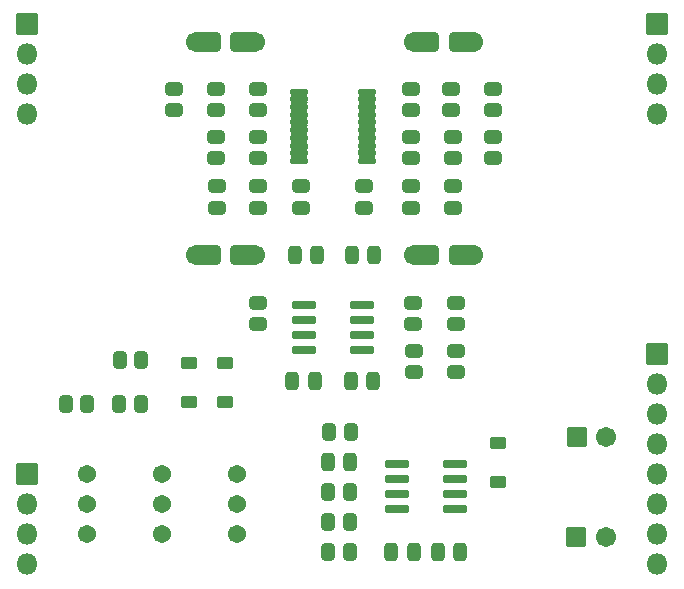
<source format=gts>
G04 #@! TF.GenerationSoftware,KiCad,Pcbnew,6.0.5-2.fc35*
G04 #@! TF.CreationDate,2022-05-29T07:31:37-04:00*
G04 #@! TF.ProjectId,SSI2140_LPF_plug_in_board,53534932-3134-4305-9f4c-50465f706c75,0*
G04 #@! TF.SameCoordinates,Original*
G04 #@! TF.FileFunction,Soldermask,Top*
G04 #@! TF.FilePolarity,Negative*
%FSLAX46Y46*%
G04 Gerber Fmt 4.6, Leading zero omitted, Abs format (unit mm)*
G04 Created by KiCad (PCBNEW 6.0.5-2.fc35) date 2022-05-29 07:31:37*
%MOMM*%
%LPD*%
G01*
G04 APERTURE LIST*
G04 Aperture macros list*
%AMRoundRect*
0 Rectangle with rounded corners*
0 $1 Rounding radius*
0 $2 $3 $4 $5 $6 $7 $8 $9 X,Y pos of 4 corners*
0 Add a 4 corners polygon primitive as box body*
4,1,4,$2,$3,$4,$5,$6,$7,$8,$9,$2,$3,0*
0 Add four circle primitives for the rounded corners*
1,1,$1+$1,$2,$3*
1,1,$1+$1,$4,$5*
1,1,$1+$1,$6,$7*
1,1,$1+$1,$8,$9*
0 Add four rect primitives between the rounded corners*
20,1,$1+$1,$2,$3,$4,$5,0*
20,1,$1+$1,$4,$5,$6,$7,0*
20,1,$1+$1,$6,$7,$8,$9,0*
20,1,$1+$1,$8,$9,$2,$3,0*%
G04 Aperture macros list end*
%ADD10RoundRect,0.454200X0.854100X0.403200X-0.854100X0.403200X-0.854100X-0.403200X0.854100X-0.403200X0*%
%ADD11C,1.702000*%
%ADD12RoundRect,0.301000X-0.250000X-0.475000X0.250000X-0.475000X0.250000X0.475000X-0.250000X0.475000X0*%
%ADD13RoundRect,0.301000X0.262500X0.450000X-0.262500X0.450000X-0.262500X-0.450000X0.262500X-0.450000X0*%
%ADD14RoundRect,0.301000X0.450000X-0.262500X0.450000X0.262500X-0.450000X0.262500X-0.450000X-0.262500X0*%
%ADD15RoundRect,0.301000X-0.450000X0.262500X-0.450000X-0.262500X0.450000X-0.262500X0.450000X0.262500X0*%
%ADD16RoundRect,0.301000X0.250000X0.475000X-0.250000X0.475000X-0.250000X-0.475000X0.250000X-0.475000X0*%
%ADD17RoundRect,0.051000X-0.800000X-0.800000X0.800000X-0.800000X0.800000X0.800000X-0.800000X0.800000X0*%
%ADD18RoundRect,0.051000X-0.600000X0.450000X-0.600000X-0.450000X0.600000X-0.450000X0.600000X0.450000X0*%
%ADD19C,1.542000*%
%ADD20RoundRect,0.151000X-0.637500X-0.100000X0.637500X-0.100000X0.637500X0.100000X-0.637500X0.100000X0*%
%ADD21RoundRect,0.201000X-0.825000X-0.150000X0.825000X-0.150000X0.825000X0.150000X-0.825000X0.150000X0*%
%ADD22RoundRect,0.454200X-0.854100X-0.403200X0.854100X-0.403200X0.854100X0.403200X-0.854100X0.403200X0*%
%ADD23RoundRect,0.051000X0.600000X-0.450000X0.600000X0.450000X-0.600000X0.450000X-0.600000X-0.450000X0*%
%ADD24RoundRect,0.301000X-0.262500X-0.450000X0.262500X-0.450000X0.262500X0.450000X-0.262500X0.450000X0*%
%ADD25RoundRect,0.051000X0.850000X0.850000X-0.850000X0.850000X-0.850000X-0.850000X0.850000X-0.850000X0*%
%ADD26O,1.802000X1.802000*%
G04 APERTURE END LIST*
D10*
X112458500Y-88144400D03*
D11*
X113284000Y-88138000D03*
X108284000Y-88138000D03*
D10*
X109118400Y-88138000D03*
D12*
X116464000Y-98806000D03*
X118364000Y-98806000D03*
X121412000Y-98806000D03*
X123312000Y-98806000D03*
D13*
X103632000Y-100711000D03*
X101807000Y-100711000D03*
D12*
X116652000Y-88138000D03*
X118552000Y-88138000D03*
D14*
X113538000Y-93978100D03*
X113538000Y-92153100D03*
D10*
X112458500Y-70110400D03*
D11*
X113284000Y-70104000D03*
D10*
X109118400Y-70104000D03*
D11*
X108284000Y-70104000D03*
D14*
X110109000Y-84097500D03*
X110109000Y-82272500D03*
X130048000Y-84097500D03*
X130048000Y-82272500D03*
D15*
X126492000Y-78081500D03*
X126492000Y-79906500D03*
D14*
X113538000Y-79906500D03*
X113538000Y-78081500D03*
D16*
X121346000Y-105664000D03*
X119446000Y-105664000D03*
D17*
X140549621Y-103505000D03*
D11*
X143049621Y-103505000D03*
D18*
X107696000Y-97284000D03*
X107696000Y-100584000D03*
X110744000Y-97284000D03*
X110744000Y-100584000D03*
D13*
X99083500Y-100711000D03*
X97258500Y-100711000D03*
D15*
X122555000Y-82272500D03*
X122555000Y-84097500D03*
D14*
X109982000Y-79906500D03*
X109982000Y-78081500D03*
D15*
X129921000Y-74017500D03*
X129921000Y-75842500D03*
D12*
X121478000Y-88138000D03*
X123378000Y-88138000D03*
D19*
X99060000Y-106680000D03*
X99060000Y-109220000D03*
X99060000Y-111760000D03*
D20*
X117025500Y-74291000D03*
X117025500Y-74941000D03*
X117025500Y-75591000D03*
X117025500Y-76241000D03*
X117025500Y-76891000D03*
X117025500Y-77541000D03*
X117025500Y-78191000D03*
X117025500Y-78841000D03*
X117025500Y-79491000D03*
X117025500Y-80141000D03*
X122750500Y-80141000D03*
X122750500Y-79491000D03*
X122750500Y-78841000D03*
X122750500Y-78191000D03*
X122750500Y-77541000D03*
X122750500Y-76891000D03*
X122750500Y-76241000D03*
X122750500Y-75591000D03*
X122750500Y-74941000D03*
X122750500Y-74291000D03*
D15*
X126492000Y-74017500D03*
X126492000Y-75842500D03*
X133477000Y-74017500D03*
X133477000Y-75842500D03*
D12*
X124846000Y-113284000D03*
X126746000Y-113284000D03*
D21*
X125287000Y-105791000D03*
X125287000Y-107061000D03*
X125287000Y-108331000D03*
X125287000Y-109601000D03*
X130237000Y-109601000D03*
X130237000Y-108331000D03*
X130237000Y-107061000D03*
X130237000Y-105791000D03*
D19*
X111760000Y-106680000D03*
X111760000Y-109220000D03*
X111760000Y-111760000D03*
D13*
X103679000Y-97028000D03*
X101854000Y-97028000D03*
D11*
X126786000Y-70104000D03*
D22*
X127611500Y-70097600D03*
D11*
X131786000Y-70104000D03*
D22*
X130951600Y-70104000D03*
D14*
X126746000Y-98042100D03*
X126746000Y-96217100D03*
D17*
X140502000Y-112014000D03*
D11*
X143002000Y-112014000D03*
D15*
X113538000Y-82272500D03*
X113538000Y-84097500D03*
X130302000Y-96217100D03*
X130302000Y-98042100D03*
D13*
X121308500Y-108204000D03*
X119483500Y-108204000D03*
D14*
X106426000Y-75842500D03*
X106426000Y-74017500D03*
D23*
X133858000Y-107314000D03*
X133858000Y-104014000D03*
D24*
X119483500Y-113284000D03*
X121308500Y-113284000D03*
D21*
X117413000Y-92329000D03*
X117413000Y-93599000D03*
X117413000Y-94869000D03*
X117413000Y-96139000D03*
X122363000Y-96139000D03*
X122363000Y-94869000D03*
X122363000Y-93599000D03*
X122363000Y-92329000D03*
D11*
X126786000Y-88138000D03*
D22*
X127611500Y-88131600D03*
X130951600Y-88138000D03*
D11*
X131786000Y-88138000D03*
D19*
X105410000Y-106680000D03*
X105410000Y-109220000D03*
X105410000Y-111760000D03*
D12*
X128778000Y-113284000D03*
X130678000Y-113284000D03*
D14*
X109982000Y-75842500D03*
X109982000Y-74017500D03*
D15*
X130302000Y-92153100D03*
X130302000Y-93978100D03*
D14*
X126695200Y-93978100D03*
X126695200Y-92153100D03*
X113538000Y-75842500D03*
X113538000Y-74017500D03*
X117221000Y-84097500D03*
X117221000Y-82272500D03*
D24*
X119587000Y-103124000D03*
X121412000Y-103124000D03*
D15*
X130048000Y-78081500D03*
X130048000Y-79906500D03*
X133477000Y-78081500D03*
X133477000Y-79906500D03*
D24*
X119483500Y-110744000D03*
X121308500Y-110744000D03*
D15*
X126492000Y-82272500D03*
X126492000Y-84097500D03*
D25*
X93980000Y-68580000D03*
D26*
X93980000Y-71120000D03*
X93980000Y-73660000D03*
X93980000Y-76200000D03*
D25*
X93980000Y-106680000D03*
D26*
X93980000Y-109220000D03*
X93980000Y-111760000D03*
X93980000Y-114300000D03*
D25*
X147320000Y-68580000D03*
D26*
X147320000Y-71120000D03*
X147320000Y-73660000D03*
X147320000Y-76200000D03*
D25*
X147320000Y-96520000D03*
D26*
X147320000Y-99060000D03*
X147320000Y-101600000D03*
X147320000Y-104140000D03*
X147320000Y-106680000D03*
X147320000Y-109220000D03*
X147320000Y-111760000D03*
X147320000Y-114300000D03*
G36*
X123465587Y-79718477D02*
G01*
X123465126Y-79719891D01*
X123425803Y-79766944D01*
X123417170Y-79835660D01*
X123447133Y-79898289D01*
X123455803Y-79905800D01*
X123456457Y-79907690D01*
X123455147Y-79909202D01*
X123453382Y-79908975D01*
X123445006Y-79903379D01*
X123387801Y-79892000D01*
X122113199Y-79892000D01*
X122055994Y-79903379D01*
X122038520Y-79915055D01*
X122036524Y-79915186D01*
X122035413Y-79913523D01*
X122035874Y-79912109D01*
X122075197Y-79865056D01*
X122083830Y-79796340D01*
X122053867Y-79733711D01*
X122045197Y-79726200D01*
X122044543Y-79724310D01*
X122045853Y-79722798D01*
X122047618Y-79723025D01*
X122055994Y-79728621D01*
X122113199Y-79740000D01*
X123387801Y-79740000D01*
X123445006Y-79728621D01*
X123462480Y-79716945D01*
X123464476Y-79716814D01*
X123465587Y-79718477D01*
G37*
G36*
X117740587Y-79718477D02*
G01*
X117740126Y-79719891D01*
X117700803Y-79766944D01*
X117692170Y-79835660D01*
X117722133Y-79898289D01*
X117730803Y-79905800D01*
X117731457Y-79907690D01*
X117730147Y-79909202D01*
X117728382Y-79908975D01*
X117720006Y-79903379D01*
X117662801Y-79892000D01*
X116388199Y-79892000D01*
X116330994Y-79903379D01*
X116313520Y-79915055D01*
X116311524Y-79915186D01*
X116310413Y-79913523D01*
X116310874Y-79912109D01*
X116350197Y-79865056D01*
X116358830Y-79796340D01*
X116328867Y-79733711D01*
X116320197Y-79726200D01*
X116319543Y-79724310D01*
X116320853Y-79722798D01*
X116322618Y-79723025D01*
X116330994Y-79728621D01*
X116388199Y-79740000D01*
X117662801Y-79740000D01*
X117720006Y-79728621D01*
X117737480Y-79716945D01*
X117739476Y-79716814D01*
X117740587Y-79718477D01*
G37*
G36*
X123465587Y-79068477D02*
G01*
X123465126Y-79069891D01*
X123425803Y-79116944D01*
X123417170Y-79185660D01*
X123447133Y-79248289D01*
X123455803Y-79255800D01*
X123456457Y-79257690D01*
X123455147Y-79259202D01*
X123453382Y-79258975D01*
X123445006Y-79253379D01*
X123387801Y-79242000D01*
X122113199Y-79242000D01*
X122055994Y-79253379D01*
X122038520Y-79265055D01*
X122036524Y-79265186D01*
X122035413Y-79263523D01*
X122035874Y-79262109D01*
X122075197Y-79215056D01*
X122083830Y-79146340D01*
X122053867Y-79083711D01*
X122045197Y-79076200D01*
X122044543Y-79074310D01*
X122045853Y-79072798D01*
X122047618Y-79073025D01*
X122055994Y-79078621D01*
X122113199Y-79090000D01*
X123387801Y-79090000D01*
X123445006Y-79078621D01*
X123462480Y-79066945D01*
X123464476Y-79066814D01*
X123465587Y-79068477D01*
G37*
G36*
X117740587Y-79068477D02*
G01*
X117740126Y-79069891D01*
X117700803Y-79116944D01*
X117692170Y-79185660D01*
X117722133Y-79248289D01*
X117730803Y-79255800D01*
X117731457Y-79257690D01*
X117730147Y-79259202D01*
X117728382Y-79258975D01*
X117720006Y-79253379D01*
X117662801Y-79242000D01*
X116388199Y-79242000D01*
X116330994Y-79253379D01*
X116313520Y-79265055D01*
X116311524Y-79265186D01*
X116310413Y-79263523D01*
X116310874Y-79262109D01*
X116350197Y-79215056D01*
X116358830Y-79146340D01*
X116328867Y-79083711D01*
X116320197Y-79076200D01*
X116319543Y-79074310D01*
X116320853Y-79072798D01*
X116322618Y-79073025D01*
X116330994Y-79078621D01*
X116388199Y-79090000D01*
X117662801Y-79090000D01*
X117720006Y-79078621D01*
X117737480Y-79066945D01*
X117739476Y-79066814D01*
X117740587Y-79068477D01*
G37*
G36*
X123465587Y-78418477D02*
G01*
X123465126Y-78419891D01*
X123425803Y-78466944D01*
X123417170Y-78535660D01*
X123447133Y-78598289D01*
X123455803Y-78605800D01*
X123456457Y-78607690D01*
X123455147Y-78609202D01*
X123453382Y-78608975D01*
X123445006Y-78603379D01*
X123387801Y-78592000D01*
X122113199Y-78592000D01*
X122055994Y-78603379D01*
X122038520Y-78615055D01*
X122036524Y-78615186D01*
X122035413Y-78613523D01*
X122035874Y-78612109D01*
X122075197Y-78565056D01*
X122083830Y-78496340D01*
X122053867Y-78433711D01*
X122045197Y-78426200D01*
X122044543Y-78424310D01*
X122045853Y-78422798D01*
X122047618Y-78423025D01*
X122055994Y-78428621D01*
X122113199Y-78440000D01*
X123387801Y-78440000D01*
X123445006Y-78428621D01*
X123462480Y-78416945D01*
X123464476Y-78416814D01*
X123465587Y-78418477D01*
G37*
G36*
X117740587Y-78418477D02*
G01*
X117740126Y-78419891D01*
X117700803Y-78466944D01*
X117692170Y-78535660D01*
X117722133Y-78598289D01*
X117730803Y-78605800D01*
X117731457Y-78607690D01*
X117730147Y-78609202D01*
X117728382Y-78608975D01*
X117720006Y-78603379D01*
X117662801Y-78592000D01*
X116388199Y-78592000D01*
X116330994Y-78603379D01*
X116313520Y-78615055D01*
X116311524Y-78615186D01*
X116310413Y-78613523D01*
X116310874Y-78612109D01*
X116350197Y-78565056D01*
X116358830Y-78496340D01*
X116328867Y-78433711D01*
X116320197Y-78426200D01*
X116319543Y-78424310D01*
X116320853Y-78422798D01*
X116322618Y-78423025D01*
X116330994Y-78428621D01*
X116388199Y-78440000D01*
X117662801Y-78440000D01*
X117720006Y-78428621D01*
X117737480Y-78416945D01*
X117739476Y-78416814D01*
X117740587Y-78418477D01*
G37*
G36*
X123465587Y-77768477D02*
G01*
X123465126Y-77769891D01*
X123425803Y-77816944D01*
X123417170Y-77885660D01*
X123447133Y-77948289D01*
X123455803Y-77955800D01*
X123456457Y-77957690D01*
X123455147Y-77959202D01*
X123453382Y-77958975D01*
X123445006Y-77953379D01*
X123387801Y-77942000D01*
X122113199Y-77942000D01*
X122055994Y-77953379D01*
X122038520Y-77965055D01*
X122036524Y-77965186D01*
X122035413Y-77963523D01*
X122035874Y-77962109D01*
X122075197Y-77915056D01*
X122083830Y-77846340D01*
X122053867Y-77783711D01*
X122045197Y-77776200D01*
X122044543Y-77774310D01*
X122045853Y-77772798D01*
X122047618Y-77773025D01*
X122055994Y-77778621D01*
X122113199Y-77790000D01*
X123387801Y-77790000D01*
X123445006Y-77778621D01*
X123462480Y-77766945D01*
X123464476Y-77766814D01*
X123465587Y-77768477D01*
G37*
G36*
X117740587Y-77768477D02*
G01*
X117740126Y-77769891D01*
X117700803Y-77816944D01*
X117692170Y-77885660D01*
X117722133Y-77948289D01*
X117730803Y-77955800D01*
X117731457Y-77957690D01*
X117730147Y-77959202D01*
X117728382Y-77958975D01*
X117720006Y-77953379D01*
X117662801Y-77942000D01*
X116388199Y-77942000D01*
X116330994Y-77953379D01*
X116313520Y-77965055D01*
X116311524Y-77965186D01*
X116310413Y-77963523D01*
X116310874Y-77962109D01*
X116350197Y-77915056D01*
X116358830Y-77846340D01*
X116328867Y-77783711D01*
X116320197Y-77776200D01*
X116319543Y-77774310D01*
X116320853Y-77772798D01*
X116322618Y-77773025D01*
X116330994Y-77778621D01*
X116388199Y-77790000D01*
X117662801Y-77790000D01*
X117720006Y-77778621D01*
X117737480Y-77766945D01*
X117739476Y-77766814D01*
X117740587Y-77768477D01*
G37*
G36*
X123465587Y-77118477D02*
G01*
X123465126Y-77119891D01*
X123425803Y-77166944D01*
X123417170Y-77235660D01*
X123447133Y-77298289D01*
X123455803Y-77305800D01*
X123456457Y-77307690D01*
X123455147Y-77309202D01*
X123453382Y-77308975D01*
X123445006Y-77303379D01*
X123387801Y-77292000D01*
X122113199Y-77292000D01*
X122055994Y-77303379D01*
X122038520Y-77315055D01*
X122036524Y-77315186D01*
X122035413Y-77313523D01*
X122035874Y-77312109D01*
X122075197Y-77265056D01*
X122083830Y-77196340D01*
X122053867Y-77133711D01*
X122045197Y-77126200D01*
X122044543Y-77124310D01*
X122045853Y-77122798D01*
X122047618Y-77123025D01*
X122055994Y-77128621D01*
X122113199Y-77140000D01*
X123387801Y-77140000D01*
X123445006Y-77128621D01*
X123462480Y-77116945D01*
X123464476Y-77116814D01*
X123465587Y-77118477D01*
G37*
G36*
X117740587Y-77118477D02*
G01*
X117740126Y-77119891D01*
X117700803Y-77166944D01*
X117692170Y-77235660D01*
X117722133Y-77298289D01*
X117730803Y-77305800D01*
X117731457Y-77307690D01*
X117730147Y-77309202D01*
X117728382Y-77308975D01*
X117720006Y-77303379D01*
X117662801Y-77292000D01*
X116388199Y-77292000D01*
X116330994Y-77303379D01*
X116313520Y-77315055D01*
X116311524Y-77315186D01*
X116310413Y-77313523D01*
X116310874Y-77312109D01*
X116350197Y-77265056D01*
X116358830Y-77196340D01*
X116328867Y-77133711D01*
X116320197Y-77126200D01*
X116319543Y-77124310D01*
X116320853Y-77122798D01*
X116322618Y-77123025D01*
X116330994Y-77128621D01*
X116388199Y-77140000D01*
X117662801Y-77140000D01*
X117720006Y-77128621D01*
X117737480Y-77116945D01*
X117739476Y-77116814D01*
X117740587Y-77118477D01*
G37*
G36*
X123465587Y-76468477D02*
G01*
X123465126Y-76469891D01*
X123425803Y-76516944D01*
X123417170Y-76585660D01*
X123447133Y-76648289D01*
X123455803Y-76655800D01*
X123456457Y-76657690D01*
X123455147Y-76659202D01*
X123453382Y-76658975D01*
X123445006Y-76653379D01*
X123387801Y-76642000D01*
X122113199Y-76642000D01*
X122055994Y-76653379D01*
X122038520Y-76665055D01*
X122036524Y-76665186D01*
X122035413Y-76663523D01*
X122035874Y-76662109D01*
X122075197Y-76615056D01*
X122083830Y-76546340D01*
X122053867Y-76483711D01*
X122045197Y-76476200D01*
X122044543Y-76474310D01*
X122045853Y-76472798D01*
X122047618Y-76473025D01*
X122055994Y-76478621D01*
X122113199Y-76490000D01*
X123387801Y-76490000D01*
X123445006Y-76478621D01*
X123462480Y-76466945D01*
X123464476Y-76466814D01*
X123465587Y-76468477D01*
G37*
G36*
X117740587Y-76468477D02*
G01*
X117740126Y-76469891D01*
X117700803Y-76516944D01*
X117692170Y-76585660D01*
X117722133Y-76648289D01*
X117730803Y-76655800D01*
X117731457Y-76657690D01*
X117730147Y-76659202D01*
X117728382Y-76658975D01*
X117720006Y-76653379D01*
X117662801Y-76642000D01*
X116388199Y-76642000D01*
X116330994Y-76653379D01*
X116313520Y-76665055D01*
X116311524Y-76665186D01*
X116310413Y-76663523D01*
X116310874Y-76662109D01*
X116350197Y-76615056D01*
X116358830Y-76546340D01*
X116328867Y-76483711D01*
X116320197Y-76476200D01*
X116319543Y-76474310D01*
X116320853Y-76472798D01*
X116322618Y-76473025D01*
X116330994Y-76478621D01*
X116388199Y-76490000D01*
X117662801Y-76490000D01*
X117720006Y-76478621D01*
X117737480Y-76466945D01*
X117739476Y-76466814D01*
X117740587Y-76468477D01*
G37*
G36*
X123465587Y-75818477D02*
G01*
X123465126Y-75819891D01*
X123425803Y-75866944D01*
X123417170Y-75935660D01*
X123447133Y-75998289D01*
X123455803Y-76005800D01*
X123456457Y-76007690D01*
X123455147Y-76009202D01*
X123453382Y-76008975D01*
X123445006Y-76003379D01*
X123387801Y-75992000D01*
X122113199Y-75992000D01*
X122055994Y-76003379D01*
X122038520Y-76015055D01*
X122036524Y-76015186D01*
X122035413Y-76013523D01*
X122035874Y-76012109D01*
X122075197Y-75965056D01*
X122083830Y-75896340D01*
X122053867Y-75833711D01*
X122045197Y-75826200D01*
X122044543Y-75824310D01*
X122045853Y-75822798D01*
X122047618Y-75823025D01*
X122055994Y-75828621D01*
X122113199Y-75840000D01*
X123387801Y-75840000D01*
X123445006Y-75828621D01*
X123462480Y-75816945D01*
X123464476Y-75816814D01*
X123465587Y-75818477D01*
G37*
G36*
X117740587Y-75818477D02*
G01*
X117740126Y-75819891D01*
X117700803Y-75866944D01*
X117692170Y-75935660D01*
X117722133Y-75998289D01*
X117730803Y-76005800D01*
X117731457Y-76007690D01*
X117730147Y-76009202D01*
X117728382Y-76008975D01*
X117720006Y-76003379D01*
X117662801Y-75992000D01*
X116388199Y-75992000D01*
X116330994Y-76003379D01*
X116313520Y-76015055D01*
X116311524Y-76015186D01*
X116310413Y-76013523D01*
X116310874Y-76012109D01*
X116350197Y-75965056D01*
X116358830Y-75896340D01*
X116328867Y-75833711D01*
X116320197Y-75826200D01*
X116319543Y-75824310D01*
X116320853Y-75822798D01*
X116322618Y-75823025D01*
X116330994Y-75828621D01*
X116388199Y-75840000D01*
X117662801Y-75840000D01*
X117720006Y-75828621D01*
X117737480Y-75816945D01*
X117739476Y-75816814D01*
X117740587Y-75818477D01*
G37*
G36*
X117740587Y-75168477D02*
G01*
X117740126Y-75169891D01*
X117700803Y-75216944D01*
X117692170Y-75285660D01*
X117722133Y-75348289D01*
X117730803Y-75355800D01*
X117731457Y-75357690D01*
X117730147Y-75359202D01*
X117728382Y-75358975D01*
X117720006Y-75353379D01*
X117662801Y-75342000D01*
X116388199Y-75342000D01*
X116330994Y-75353379D01*
X116313520Y-75365055D01*
X116311524Y-75365186D01*
X116310413Y-75363523D01*
X116310874Y-75362109D01*
X116350197Y-75315056D01*
X116358830Y-75246340D01*
X116328867Y-75183711D01*
X116320197Y-75176200D01*
X116319543Y-75174310D01*
X116320853Y-75172798D01*
X116322618Y-75173025D01*
X116330994Y-75178621D01*
X116388199Y-75190000D01*
X117662801Y-75190000D01*
X117720006Y-75178621D01*
X117737480Y-75166945D01*
X117739476Y-75166814D01*
X117740587Y-75168477D01*
G37*
G36*
X123465587Y-75168477D02*
G01*
X123465126Y-75169891D01*
X123425803Y-75216944D01*
X123417170Y-75285660D01*
X123447133Y-75348289D01*
X123455803Y-75355800D01*
X123456457Y-75357690D01*
X123455147Y-75359202D01*
X123453382Y-75358975D01*
X123445006Y-75353379D01*
X123387801Y-75342000D01*
X122113199Y-75342000D01*
X122055994Y-75353379D01*
X122038520Y-75365055D01*
X122036524Y-75365186D01*
X122035413Y-75363523D01*
X122035874Y-75362109D01*
X122075197Y-75315056D01*
X122083830Y-75246340D01*
X122053867Y-75183711D01*
X122045197Y-75176200D01*
X122044543Y-75174310D01*
X122045853Y-75172798D01*
X122047618Y-75173025D01*
X122055994Y-75178621D01*
X122113199Y-75190000D01*
X123387801Y-75190000D01*
X123445006Y-75178621D01*
X123462480Y-75166945D01*
X123464476Y-75166814D01*
X123465587Y-75168477D01*
G37*
G36*
X123465587Y-74518477D02*
G01*
X123465126Y-74519891D01*
X123425803Y-74566944D01*
X123417170Y-74635660D01*
X123447133Y-74698289D01*
X123455803Y-74705800D01*
X123456457Y-74707690D01*
X123455147Y-74709202D01*
X123453382Y-74708975D01*
X123445006Y-74703379D01*
X123387801Y-74692000D01*
X122113199Y-74692000D01*
X122055994Y-74703379D01*
X122038520Y-74715055D01*
X122036524Y-74715186D01*
X122035413Y-74713523D01*
X122035874Y-74712109D01*
X122075197Y-74665056D01*
X122083830Y-74596340D01*
X122053867Y-74533711D01*
X122045197Y-74526200D01*
X122044543Y-74524310D01*
X122045853Y-74522798D01*
X122047618Y-74523025D01*
X122055994Y-74528621D01*
X122113199Y-74540000D01*
X123387801Y-74540000D01*
X123445006Y-74528621D01*
X123462480Y-74516945D01*
X123464476Y-74516814D01*
X123465587Y-74518477D01*
G37*
G36*
X117740587Y-74518477D02*
G01*
X117740126Y-74519891D01*
X117700803Y-74566944D01*
X117692170Y-74635660D01*
X117722133Y-74698289D01*
X117730803Y-74705800D01*
X117731457Y-74707690D01*
X117730147Y-74709202D01*
X117728382Y-74708975D01*
X117720006Y-74703379D01*
X117662801Y-74692000D01*
X116388199Y-74692000D01*
X116330994Y-74703379D01*
X116313520Y-74715055D01*
X116311524Y-74715186D01*
X116310413Y-74713523D01*
X116310874Y-74712109D01*
X116350197Y-74665056D01*
X116358830Y-74596340D01*
X116328867Y-74533711D01*
X116320197Y-74526200D01*
X116319543Y-74524310D01*
X116320853Y-74522798D01*
X116322618Y-74523025D01*
X116330994Y-74528621D01*
X116388199Y-74540000D01*
X117662801Y-74540000D01*
X117720006Y-74528621D01*
X117737480Y-74516945D01*
X117739476Y-74516814D01*
X117740587Y-74518477D01*
G37*
M02*

</source>
